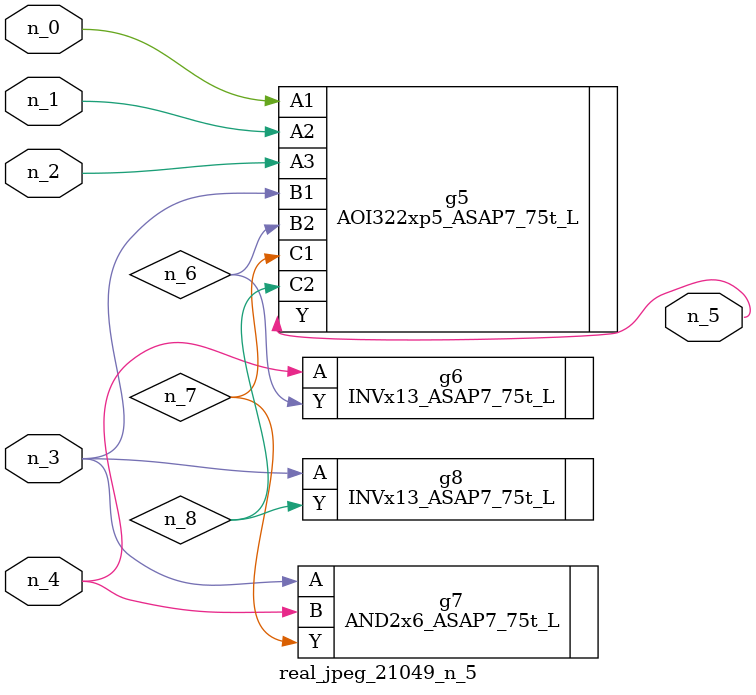
<source format=v>
module real_jpeg_21049_n_5 (n_4, n_0, n_1, n_2, n_3, n_5);

input n_4;
input n_0;
input n_1;
input n_2;
input n_3;

output n_5;

wire n_8;
wire n_6;
wire n_7;

AOI322xp5_ASAP7_75t_L g5 ( 
.A1(n_0),
.A2(n_1),
.A3(n_2),
.B1(n_3),
.B2(n_6),
.C1(n_7),
.C2(n_8),
.Y(n_5)
);

AND2x6_ASAP7_75t_L g7 ( 
.A(n_3),
.B(n_4),
.Y(n_7)
);

INVx13_ASAP7_75t_L g8 ( 
.A(n_3),
.Y(n_8)
);

INVx13_ASAP7_75t_L g6 ( 
.A(n_4),
.Y(n_6)
);


endmodule
</source>
